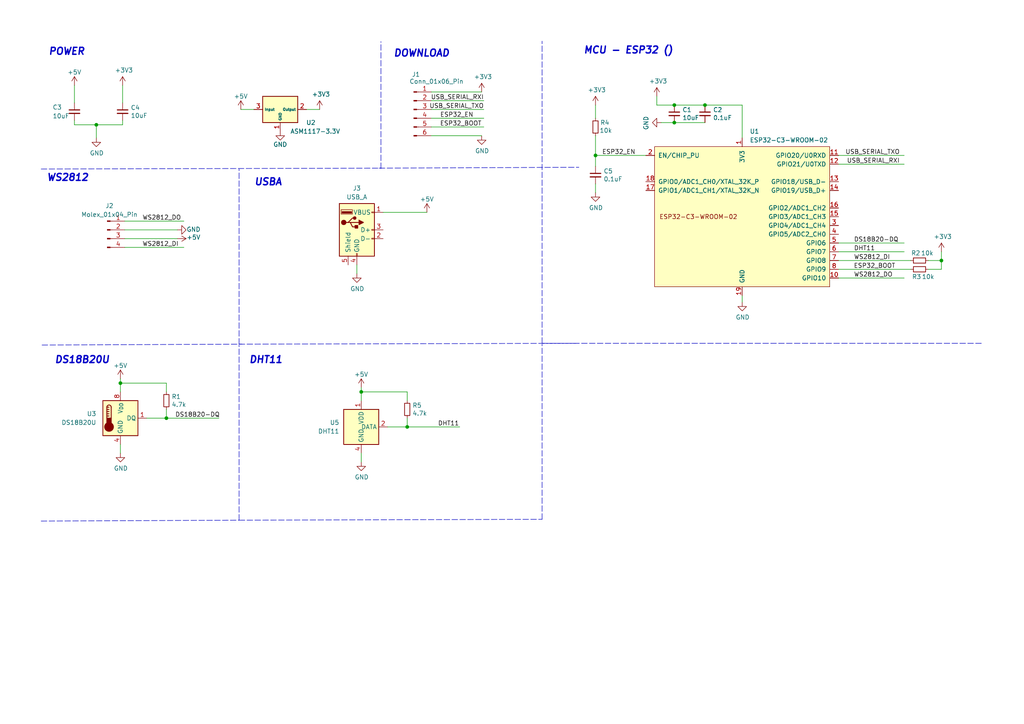
<source format=kicad_sch>
(kicad_sch (version 20231120) (generator "eeschema") (generator_version "8.0")
  (paper "A4")
  (lib_symbols
    (symbol "Connector:Conn_01x04_Pin" (pin_names (offset 1.016) hide)
      (property "Reference" "J" (at 0 5.08 0))
      (property "Value" "Conn_01x04_Pin" (at 0 -7.62 0))
      (symbol "Conn_01x04_Pin_1_1"
        (polyline (pts (xy 1.27 -5.08) (xy 0.8636 -5.08)) (stroke (width 0.1524)))
        (polyline (pts (xy 1.27 -2.54) (xy 0.8636 -2.54)) (stroke (width 0.1524)))
        (polyline (pts (xy 1.27 0) (xy 0.8636 0)) (stroke (width 0.1524)))
        (polyline (pts (xy 1.27 2.54) (xy 0.8636 2.54)) (stroke (width 0.1524)))
        (rectangle (start 0.8636 -4.953) (end 0 -5.207) (stroke (width 0.1524)) (fill (type outline)))
        (rectangle (start 0.8636 -2.413) (end 0 -2.667) (stroke (width 0.1524)) (fill (type outline)))
        (rectangle (start 0.8636 0.127) (end 0 -0.127) (stroke (width 0.1524)) (fill (type outline)))
        (rectangle (start 0.8636 2.667) (end 0 2.413) (stroke (width 0.1524)) (fill (type outline)))
        (pin passive line (at 5.08 2.54 180) (length 3.81) (name "Pin_1") (number "1"))
        (pin passive line (at 5.08 0 180) (length 3.81) (name "Pin_2") (number "2"))
        (pin passive line (at 5.08 -2.54 180) (length 3.81) (name "Pin_3") (number "3"))
        (pin passive line (at 5.08 -5.08 180) (length 3.81) (name "Pin_4") (number "4"))
      )
    )
    (symbol "Connector:Conn_01x06_Pin" (pin_names (offset 1.016) hide)
      (property "Reference" "J" (at 0 7.62 0))
      (property "Value" "Conn_01x06_Pin" (at 0 -10.16 0))
      (symbol "Conn_01x06_Pin_1_1"
        (polyline (pts (xy 1.27 -7.62) (xy 0.8636 -7.62)) (stroke (width 0.1524)))
        (polyline (pts (xy 1.27 -5.08) (xy 0.8636 -5.08)) (stroke (width 0.1524)))
        (polyline (pts (xy 1.27 -2.54) (xy 0.8636 -2.54)) (stroke (width 0.1524)))
        (polyline (pts (xy 1.27 0) (xy 0.8636 0)) (stroke (width 0.1524)))
        (polyline (pts (xy 1.27 2.54) (xy 0.8636 2.54)) (stroke (width 0.1524)))
        (polyline (pts (xy 1.27 5.08) (xy 0.8636 5.08)) (stroke (width 0.1524)))
        (rectangle (start 0.8636 -7.493) (end 0 -7.747) (stroke (width 0.1524)) (fill (type outline)))
        (rectangle (start 0.8636 -4.953) (end 0 -5.207) (stroke (width 0.1524)) (fill (type outline)))
        (rectangle (start 0.8636 -2.413) (end 0 -2.667) (stroke (width 0.1524)) (fill (type outline)))
        (rectangle (start 0.8636 0.127) (end 0 -0.127) (stroke (width 0.1524)) (fill (type outline)))
        (rectangle (start 0.8636 2.667) (end 0 2.413) (stroke (width 0.1524)) (fill (type outline)))
        (rectangle (start 0.8636 5.207) (end 0 4.953) (stroke (width 0.1524)) (fill (type outline)))
        (pin passive line (at 5.08 5.08 180) (length 3.81) (name "Pin_1") (number "1"))
        (pin passive line (at 5.08 2.54 180) (length 3.81) (name "Pin_2") (number "2"))
        (pin passive line (at 5.08 0 180) (length 3.81) (name "Pin_3") (number "3"))
        (pin passive line (at 5.08 -2.54 180) (length 3.81) (name "Pin_4") (number "4"))
        (pin passive line (at 5.08 -5.08 180) (length 3.81) (name "Pin_5") (number "5"))
        (pin passive line (at 5.08 -7.62 180) (length 3.81) (name "Pin_6") (number "6"))
      )
    )
    (symbol "Connector:USB_A" (pin_names (offset 1.016))
      (property "Reference" "J" (at -5.08 11.43 0))
      (property "Value" "USB_A" (at -5.08 8.89 0))
      (symbol "USB_A_0_1"
        (rectangle (start -5.08 -7.62) (end 5.08 7.62) (stroke (width 0.254)) (fill (type background)))
        (circle (center -3.81 2.159) (radius 0.635) (stroke (width 0.254)) (fill (type outline)))
        (rectangle (start -1.524 4.826) (end -4.318 5.334) (fill (type outline)))
        (rectangle (start -1.27 4.572) (end -4.572 5.842))
        (circle (center -0.635 3.429) (radius 0.381) (stroke (width 0.254)) (fill (type outline)))
        (rectangle (start -0.127 -7.62) (end 0.127 -6.858))
        (polyline (pts (xy -3.175 2.159) (xy -2.54 2.159) (xy -1.27 3.429) (xy -0.635 3.429)) (stroke (width 0.254)))
        (polyline (pts (xy -2.54 2.159) (xy -1.905 2.159) (xy -1.27 0.889) (xy 0 0.889)) (stroke (width 0.254)))
        (polyline (pts (xy 0.635 2.794) (xy 0.635 1.524) (xy 1.905 2.159) (xy 0.635 2.794)) (stroke (width 0.254)) (fill (type outline)))
        (rectangle (start 0.254 1.27) (end -0.508 0.508) (stroke (width 0.254)) (fill (type outline)))
        (rectangle (start 5.08 -2.667) (end 4.318 -2.413))
        (rectangle (start 5.08 -0.127) (end 4.318 0.127))
        (rectangle (start 5.08 4.953) (end 4.318 5.207))
      )
      (symbol "USB_A_1_1"
        (polyline (pts (xy -1.905 2.159) (xy 0.635 2.159)) (stroke (width 0.254)))
        (pin power_in line (at 7.62 5.08 180) (length 2.54) (name "VBUS") (number "1"))
        (pin bidirectional line (at 7.62 -2.54 180) (length 2.54) (name "D-") (number "2"))
        (pin bidirectional line (at 7.62 0 180) (length 2.54) (name "D+") (number "3"))
        (pin power_in line (at 0 -10.16 90) (length 2.54) (name "GND") (number "4"))
        (pin passive line (at -2.54 -10.16 90) (length 2.54) (name "Shield") (number "5"))
      )
    )
    (symbol "Device:C_Small" (pin_numbers hide) (pin_names (offset 0.254) hide)
      (property "Reference" "C" (at 0.254 1.778 0))
      (property "Value" "C_Small" (at 0.254 -2.032 0))
      (symbol "C_Small_0_1"
        (polyline (pts (xy -1.524 -0.508) (xy 1.524 -0.508)) (stroke (width 0.3302)))
        (polyline (pts (xy -1.524 0.508) (xy 1.524 0.508)) (stroke (width 0.3048)))
      )
      (symbol "C_Small_1_1"
        (pin passive line (at 0 2.54 270) (length 2.032) (name "~") (number "1"))
        (pin passive line (at 0 -2.54 90) (length 2.032) (name "~") (number "2"))
      )
    )
    (symbol "Device:R_Small" (pin_numbers hide) (pin_names (offset 0.254) hide)
      (property "Reference" "R" (at 0.762 0.508 0))
      (property "Value" "R_Small" (at 0.762 -1.016 0))
      (symbol "R_Small_0_1"
        (rectangle (start -0.762 1.778) (end 0.762 -1.778) (stroke (width 0.2032)))
      )
      (symbol "R_Small_1_1"
        (pin passive line (at 0 2.54 270) (length 0.762) (name "~") (number "1"))
        (pin passive line (at 0 -2.54 90) (length 0.762) (name "~") (number "2"))
      )
    )
    (symbol "PCM_Espressif:ESP32-C3-WROOM-02" (pin_names (offset 1.016))
      (property "Reference" "U" (at -25.4 25.4 0))
      (property "Value" "ESP32-C3-WROOM-02" (at -25.4 22.86 0))
      (symbol "ESP32-C3-WROOM-02_0_0"
        (text "ESP32-C3-WROOM-02" (at -12.7 0 0) (effects (font (size 1.27 1.27))))
      )
      (symbol "ESP32-C3-WROOM-02_0_1"
        (rectangle (start 25.4 20.32) (end -25.4 -20.32) (fill (type background)))
      )
      (symbol "ESP32-C3-WROOM-02_1_1"
        (pin power_in line (at 0 22.86 270) (length 2.54) (name "3V3") (number "1"))
        (pin bidirectional line (at 27.94 -17.78 180) (length 2.54) (name "GPIO10") (number "10"))
        (pin bidirectional line (at 27.94 17.78 180) (length 2.54) (name "GPIO20/U0RXD") (number "11"))
        (pin bidirectional line (at 27.94 15.24 180) (length 2.54) (name "GPIO21/U0TXD") (number "12"))
        (pin bidirectional line (at 27.94 10.16 180) (length 2.54) (name "GPIO18/USB_D-") (number "13"))
        (pin bidirectional line (at 27.94 7.62 180) (length 2.54) (name "GPIO19/USB_D+") (number "14"))
        (pin bidirectional line (at 27.94 0 180) (length 2.54) (name "GPIO3/ADC1_CH3") (number "15"))
        (pin bidirectional line (at 27.94 2.54 180) (length 2.54) (name "GPIO2/ADC1_CH2") (number "16"))
        (pin bidirectional line (at -27.94 7.62 0) (length 2.54) (name "GPIO1/ADC1_CH1/XTAL_32K_N") (number "17"))
        (pin bidirectional line (at -27.94 10.16 0) (length 2.54) (name "GPIO0/ADC1_CH0/XTAL_32K_P") (number "18"))
        (pin power_in line (at 0 -22.86 90) (length 2.54) (name "GND") (number "19"))
        (pin input line (at -27.94 17.78 0) (length 2.54) (name "EN/CHIP_PU") (number "2"))
        (pin bidirectional line (at 27.94 -2.54 180) (length 2.54) (name "GPIO4/ADC1_CH4") (number "3"))
        (pin bidirectional line (at 27.94 -5.08 180) (length 2.54) (name "GPIO5/ADC2_CH0") (number "4"))
        (pin bidirectional line (at 27.94 -7.62 180) (length 2.54) (name "GPIO6") (number "5"))
        (pin bidirectional line (at 27.94 -10.16 180) (length 2.54) (name "GPIO7") (number "6"))
        (pin bidirectional line (at 27.94 -12.7 180) (length 2.54) (name "GPIO8") (number "7"))
        (pin bidirectional line (at 27.94 -15.24 180) (length 2.54) (name "GPIO9") (number "8"))
        (pin passive line (at 0 -22.86 90) (length 2.54) hide (name "GND") (number "9"))
      )
    )
    (symbol "Regulator_Linear:TS1117BCW33_RPG"
      (property "Reference" "U" (at 0 8.89 0))
      (property "Value" "TS1117BCW33_RPG" (at 0 6.35 0))
      (symbol "TS1117BCW33_RPG_0_1"
        (rectangle (start -5.08 3.81) (end 5.08 -3.81) (stroke (width 0.25)) (fill (type background)))
      )
      (symbol "TS1117BCW33_RPG_1_1"
        (pin power_in line (at 0 -6.35 90) (length 2.54) (name "GND") (number "1"))
        (pin passive line (at 7.62 0 180) (length 2.54) (name "Output") (number "2"))
        (pin power_in line (at -7.62 0 0) (length 2.54) (name "Input") (number "3"))
      )
    )
    (symbol "Sensor:DHT11"
      (property "Reference" "U" (at -3.81 6.35 0))
      (property "Value" "DHT11" (at 3.81 6.35 0))
      (symbol "DHT11_0_1"
        (rectangle (start -5.08 5.08) (end 5.08 -5.08) (stroke (width 0.254)) (fill (type background)))
      )
      (symbol "DHT11_1_1"
        (pin power_in line (at 0 7.62 270) (length 2.54) (name "VDD") (number "1"))
        (pin bidirectional line (at 7.62 0 180) (length 2.54) (name "DATA") (number "2"))
        (pin no_connect line (at -5.08 0 0) (length 2.54) hide (name "NC") (number "3"))
        (pin power_in line (at 0 -7.62 90) (length 2.54) (name "GND") (number "4"))
      )
    )
    (symbol "Sensor_Temperature:DS18B20U"
      (property "Reference" "U" (at -3.81 6.35 0))
      (property "Value" "DS18B20U" (at 6.35 6.35 0))
      (symbol "DS18B20U_0_1"
        (rectangle (start -5.08 5.08) (end 5.08 -5.08) (stroke (width 0.254)) (fill (type background)))
        (circle (center -3.302 -2.54) (radius 1.27) (stroke (width 0.254)) (fill (type outline)))
        (rectangle (start -2.667 -1.905) (end -3.937 0) (stroke (width 0.254)) (fill (type outline)))
        (arc (start -2.667 3.175) (mid -3.302 3.8073) (end -3.937 3.175) (stroke (width 0.254)))
        (polyline (pts (xy -3.937 0.635) (xy -3.302 0.635)) (stroke (width 0.254)))
        (polyline (pts (xy -3.937 1.27) (xy -3.302 1.27)) (stroke (width 0.254)))
        (polyline (pts (xy -3.937 1.905) (xy -3.302 1.905)) (stroke (width 0.254)))
        (polyline (pts (xy -3.937 2.54) (xy -3.302 2.54)) (stroke (width 0.254)))
        (polyline (pts (xy -3.937 3.175) (xy -3.937 0)) (stroke (width 0.254)))
        (polyline (pts (xy -3.937 3.175) (xy -3.302 3.175)) (stroke (width 0.254)))
        (polyline (pts (xy -2.667 3.175) (xy -2.667 0)) (stroke (width 0.254)))
      )
      (symbol "DS18B20U_1_1"
        (pin bidirectional line (at 7.62 0 180) (length 2.54) (name "DQ") (number "1"))
        (pin no_connect line (at -5.08 2.54 0) (length 2.54) hide (name "NC") (number "2"))
        (pin no_connect line (at -5.08 0 0) (length 2.54) hide (name "NC") (number "3"))
        (pin power_in line (at 0 -7.62 90) (length 2.54) (name "GND") (number "4"))
        (pin no_connect line (at -5.08 -2.54 0) (length 2.54) hide (name "NC") (number "5"))
        (pin no_connect line (at 5.08 2.54 180) (length 2.54) hide (name "NC") (number "6"))
        (pin no_connect line (at 5.08 -2.54 180) (length 2.54) hide (name "NC") (number "7"))
        (pin power_in line (at 0 7.62 270) (length 2.54) (name "V_{DD}") (number "8"))
      )
    )
    (symbol "power:+3.3V" (power) (pin_names (offset 0))
      (property "Value" "+3.3V" (at 0 3.556 0))
      (symbol "+3.3V_0_1"
        (polyline (pts (xy -0.762 1.27) (xy 0 2.54)))
        (polyline (pts (xy 0 0) (xy 0 2.54)))
        (polyline (pts (xy 0 2.54) (xy 0.762 1.27)))
      )
      (symbol "+3.3V_1_1"
        (pin power_in line (at 0 0 90) (length 0) hide (name "+3V3") (number "1"))
      )
    )
    (symbol "power:+5V" (power) (pin_names (offset 0))
      (property "Value" "+5V" (at 0 3.556 0))
      (symbol "+5V_0_1"
        (polyline (pts (xy -0.762 1.27) (xy 0 2.54)))
        (polyline (pts (xy 0 0) (xy 0 2.54)))
        (polyline (pts (xy 0 2.54) (xy 0.762 1.27)))
      )
      (symbol "+5V_1_1"
        (pin power_in line (at 0 0 90) (length 0) hide (name "+5V") (number "1"))
      )
    )
    (symbol "power:GND" (power) (pin_names (offset 0))
      (property "Value" "GND" (at 0 -3.81 0))
      (symbol "GND_0_1"
        (polyline (pts (xy 0 0) (xy 0 -1.27) (xy 1.27 -1.27) (xy 0 -2.54) (xy -1.27 -1.27) (xy 0 -1.27)))
      )
      (symbol "GND_1_1"
        (pin power_in line (at 0 0 270) (length 0) hide (name "GND") (number "1"))
      )
    )
  )
  (junction (at 195.58 30.48))
  (junction (at 195.58 35.56))
  (junction (at 172.72 45.085))
  (junction (at 48.26 121.285))
  (junction (at 27.94 36.195))
  (junction (at 34.925 111.125))
  (junction (at 118.11 123.825))
  (junction (at 204.47 30.48))
  (junction (at 273.05 75.565))
  (junction (at 104.775 113.665))
  (polyline (pts (xy 157.226 99.568) (xy 284.734 99.568)) (stroke (width 0) (type dash)))
  (wire (pts (xy 125.095 36.83) (xy 140.335 36.83)))
  (wire (pts (xy 243.205 70.485) (xy 262.255 70.485)))
  (wire (pts (xy 42.545 121.285) (xy 48.26 121.285)))
  (wire (pts (xy 104.775 112.395) (xy 104.775 113.665)))
  (wire (pts (xy 204.47 35.56) (xy 195.58 35.56)))
  (wire (pts (xy 35.56 36.195) (xy 35.56 34.925)))
  (wire (pts (xy 172.72 45.085) (xy 187.325 45.085)))
  (polyline (pts (xy 110.49 48.895) (xy 110.49 12.065)) (stroke (width 0) (type dash)))
  (wire (pts (xy 118.11 123.825) (xy 133.35 123.825)))
  (wire (pts (xy 273.05 75.565) (xy 273.05 73.025)))
  (wire (pts (xy 36.195 71.755) (xy 53.34 71.755)))
  (wire (pts (xy 69.85 31.75) (xy 73.66 31.75)))
  (polyline (pts (xy 12.192 100.076) (xy 70.104 99.822)) (stroke (width 0) (type dash)))
  (wire (pts (xy 35.56 24.765) (xy 35.56 29.845)))
  (wire (pts (xy 118.11 121.285) (xy 118.11 123.825)))
  (wire (pts (xy 204.47 30.48) (xy 195.58 30.48)))
  (wire (pts (xy 118.11 113.665) (xy 118.11 116.205)))
  (wire (pts (xy 48.26 118.745) (xy 48.26 121.285)))
  (wire (pts (xy 111.125 61.595) (xy 123.825 61.595)))
  (wire (pts (xy 104.775 113.665) (xy 104.775 116.205)))
  (wire (pts (xy 269.24 78.105) (xy 273.05 78.105)))
  (wire (pts (xy 243.205 75.565) (xy 264.16 75.565)))
  (wire (pts (xy 243.205 80.645) (xy 262.255 80.645)))
  (wire (pts (xy 243.205 78.105) (xy 264.16 78.105)))
  (polyline (pts (xy 69.342 99.822) (xy 167.64 99.568)) (stroke (width 0) (type dash)))
  (wire (pts (xy 204.47 30.48) (xy 215.265 30.48)))
  (polyline (pts (xy 69.342 150.876) (xy 157.226 150.622)) (stroke (width 0) (type dash)))
  (polyline (pts (xy 157.226 150.622) (xy 157.226 99.822)) (stroke (width 0) (type dash)))
  (wire (pts (xy 27.94 36.195) (xy 35.56 36.195)))
  (wire (pts (xy 125.095 39.37) (xy 139.7 39.37)))
  (wire (pts (xy 36.195 69.215) (xy 51.435 69.215)))
  (wire (pts (xy 21.59 36.195) (xy 21.59 34.925)))
  (wire (pts (xy 104.775 113.665) (xy 118.11 113.665)))
  (wire (pts (xy 215.265 85.725) (xy 215.265 87.63)))
  (wire (pts (xy 48.26 111.125) (xy 48.26 113.665)))
  (polyline (pts (xy 11.938 49.022) (xy 110.49 48.768)) (stroke (width 0) (type dash)))
  (wire (pts (xy 21.59 24.765) (xy 21.59 29.845)))
  (wire (pts (xy 269.24 75.565) (xy 273.05 75.565)))
  (wire (pts (xy 195.58 30.48) (xy 190.5 30.48)))
  (wire (pts (xy 36.195 64.135) (xy 53.34 64.135)))
  (wire (pts (xy 88.9 31.75) (xy 92.71 31.75)))
  (wire (pts (xy 190.5 30.48) (xy 190.5 27.94)))
  (polyline (pts (xy 157.226 99.568) (xy 157.226 11.938)) (stroke (width 0) (type dash)))
  (wire (pts (xy 34.925 111.125) (xy 48.26 111.125)))
  (wire (pts (xy 172.72 34.29) (xy 172.72 30.48)))
  (wire (pts (xy 273.05 78.105) (xy 273.05 75.565)))
  (wire (pts (xy 104.775 131.445) (xy 104.775 133.985)))
  (wire (pts (xy 48.26 121.285) (xy 63.5 121.285)))
  (wire (pts (xy 125.095 31.75) (xy 140.335 31.75)))
  (polyline (pts (xy 69.342 99.822) (xy 69.342 49.022)) (stroke (width 0) (type dash)))
  (polyline (pts (xy 69.342 150.876) (xy 69.342 100.076)) (stroke (width 0) (type dash)))
  (wire (pts (xy 125.095 34.29) (xy 140.335 34.29)))
  (wire (pts (xy 36.195 66.675) (xy 51.435 66.675)))
  (wire (pts (xy 243.205 47.625) (xy 262.255 47.625)))
  (wire (pts (xy 27.94 36.195) (xy 21.59 36.195)))
  (wire (pts (xy 125.095 29.21) (xy 140.335 29.21)))
  (wire (pts (xy 34.925 109.855) (xy 34.925 111.125)))
  (wire (pts (xy 112.395 123.825) (xy 118.11 123.825)))
  (wire (pts (xy 27.94 36.195) (xy 27.94 40.005)))
  (polyline (pts (xy 109.982 48.768) (xy 167.894 48.514)) (stroke (width 0) (type dash)))
  (wire (pts (xy 172.72 39.37) (xy 172.72 45.085)))
  (polyline (pts (xy 11.938 151.13) (xy 69.342 150.876)) (stroke (width 0) (type dash)))
  (wire (pts (xy 34.925 111.125) (xy 34.925 113.665)))
  (wire (pts (xy 243.205 45.085) (xy 262.255 45.085)))
  (wire (pts (xy 125.095 26.67) (xy 139.7 26.67)))
  (wire (pts (xy 191.77 35.56) (xy 195.58 35.56)))
  (wire (pts (xy 103.505 76.835) (xy 103.505 79.375)))
  (wire (pts (xy 34.925 128.905) (xy 34.925 131.445)))
  (wire (pts (xy 172.72 53.34) (xy 172.72 55.88)))
  (wire (pts (xy 215.265 40.005) (xy 215.265 30.48)))
  (wire (pts (xy 243.205 73.025) (xy 262.255 73.025)))
  (wire (pts (xy 172.72 45.085) (xy 172.72 48.26)))
  (text "POWER" (at 13.97 16.256 0) (effects (font (size 2.0066 2.0066) (thickness 0.4013) (bold yes) (italic yes)) (justify left bottom)))
  (text "DOWNLOAD\n" (at 114.046 16.764 0) (effects (font (size 2.0066 2.0066) (thickness 0.4013) (bold yes) (italic yes)) (justify left bottom)))
  (text "USBA" (at 73.66 54.102 0) (effects (font (size 2.0066 2.0066) (thickness 0.4013) (bold yes) (italic yes)) (justify left bottom)))
  (text "WS2812\n" (at 13.462 52.832 0) (effects (font (size 2.0066 2.0066) (thickness 0.4013) (bold yes) (italic yes)) (justify left bottom)))
  (text "MCU - ESP32 ()" (at 169.164 15.875 0) (effects (font (size 2.0066 2.0066) (thickness 0.4013) (bold yes) (italic yes)) (justify left bottom)))
  (text "DHT11" (at 72.136 105.664 0) (effects (font (size 2.0066 2.0066) (thickness 0.4013) (bold yes) (italic yes)) (justify left bottom)))
  (text "DS18B20U" (at 15.748 105.664 0) (effects (font (size 2.0066 2.0066) (thickness 0.4013) (bold yes) (italic yes)) (justify left bottom)))
  (label "WS2812_DI" (at 41.275 71.755 0))
  (label "USB_SERIAL_TXO" (at 140.335 31.75 180))
  (label "DS18B20-DQ" (at 50.8 121.285 0))
  (label "USB_SERIAL_RXI" (at 260.985 47.625 180))
  (label "DS18B20-DQ" (at 247.65 70.485 0))
  (label "DHT11" (at 247.65 73.025 0))
  (label "USB_SERIAL_RXI" (at 140.335 29.21 180))
  (label "ESP32_BOOT" (at 259.715 78.105 180))
  (label "USB_SERIAL_TXO" (at 260.985 45.085 180))
  (label "WS2812_DO" (at 247.65 80.645 0))
  (label "WS2812_DO" (at 41.275 64.135 0))
  (label "ESP32_BOOT" (at 139.7 36.83 180))
  (label "ESP32_EN" (at 127.635 34.29 0))
  (label "DHT11" (at 127 123.825 0))
  (label "WS2812_DI" (at 247.65 75.565 0))
  (label "ESP32_EN" (at 174.625 45.085 0))
  (symbol (lib_id "Device:R_Small") (at 266.7 78.105 90) (unit 1)
    (property "Reference" "R3" (at 267.208 80.264 90) (effects (justify left)))
    (property "Value" "10k" (at 271.018 80.264 90) (effects (justify left)))
    (property "Footprint" "Resistor_SMD:R_0603_1608Metric" (effects (hide yes)))
    (property "LCSC" "C105580" (effects (hide yes)))
    (property "Digikey" "RMCF0603JT5K10CT-ND" (effects (hide yes)))
    (property "Mouser" "652-CR0603FX-5101ELF" (effects (hide yes)))
  )
  (symbol (lib_id "power:GND") (at 104.775 133.985 0) (unit 1)
    (property "Reference" "#PWR022" (effects (hide yes)))
    (property "Value" "GND" (at 104.902 138.3792 0))
  )
  (symbol (lib_id "power:GND") (at 51.435 66.675 90) (unit 1)
    (property "Reference" "#PWR013" (effects (hide yes)))
    (property "Value" "GND" (at 56.134 66.548 90))
  )
  (symbol (lib_id "power:GND") (at 215.265 87.63 0) (unit 1)
    (property "Reference" "#PWR07" (effects (hide yes)))
    (property "Value" "GND" (at 215.392 92.0242 0))
  )
  (symbol (lib_id "power:GND") (at 27.94 40.005 0) (unit 1)
    (property "Reference" "#PWR05" (effects (hide yes)))
    (property "Value" "GND" (at 28.067 44.3992 0))
  )
  (symbol (lib_id "power:+5V") (at 34.925 109.855 0) (unit 1)
    (property "Reference" "#PWR017" (effects (hide yes)))
    (property "Value" "+5V" (at 34.925 106.045 0))
  )
  (symbol (lib_id "Device:C_Small") (at 172.72 50.8 0) (unit 1)
    (property "Reference" "C5" (at 175.0568 49.6316 0) (effects (justify left)))
    (property "Value" "0.1uF" (at 175.0568 51.943 0) (effects (justify left)))
    (property "Footprint" "Capacitor_SMD:C_0805_2012Metric" (effects (hide yes)))
    (property "LCSC" "C1591" (effects (hide yes)))
    (property "Digikey" "1276-1935-1-ND" (effects (hide yes)))
    (property "Mouser" "187-CL10B104KB8NNWC" (effects (hide yes)))
  )
  (symbol (lib_id "power:GND") (at 172.72 55.88 0) (unit 1)
    (property "Reference" "#PWR019" (effects (hide yes)))
    (property "Value" "GND" (at 172.847 60.2742 0))
  )
  (symbol (lib_id "power:+3.3V") (at 92.71 31.75 0) (unit 1)
    (property "Reference" "#PWR012" (effects (hide yes)))
    (property "Value" "+3V3" (at 93.091 27.3558 0))
  )
  (symbol (lib_id "Connector:Conn_01x06_Pin") (at 120.015 31.75 0) (unit 1)
    (property "Reference" "J1" (at 120.65 21.59 0))
    (property "Value" "Conn_01x06_Pin" (at 126.619 23.622 0))
    (property "Footprint" "Connector_JST:JST_XH_B6B-XH-A_1x06_P2.50mm_Vertical" (effects (hide yes)))
    (property "Description" "Generic connector, single row, 01x06, script generated" (effects (hide yes)))
  )
  (symbol (lib_id "Connector:USB_A") (at 103.505 66.675 0) (unit 1)
    (property "Reference" "J3" (at 103.505 54.61 0))
    (property "Value" "USB_A" (at 103.505 57.15 0))
    (property "Footprint" "Connector_USB:USB_A_Molex_105057_Vertical" (effects (hide yes)))
    (property "Description" "USB Type A connector" (effects (hide yes)))
  )
  (symbol (lib_id "Device:R_Small") (at 172.72 36.83 180) (unit 1)
    (property "Reference" "R4" (at 176.784 35.56 0) (effects (justify left)))
    (property "Value" "10k" (at 177.546 37.846 0) (effects (justify left)))
    (property "Footprint" "Resistor_SMD:R_0603_1608Metric" (effects (hide yes)))
    (property "LCSC" "C105580" (effects (hide yes)))
    (property "Digikey" "RMCF0603JT5K10CT-ND" (effects (hide yes)))
    (property "Mouser" "652-CR0603FX-5101ELF" (effects (hide yes)))
  )
  (symbol (lib_id "Device:C_Small") (at 195.58 33.02 0) (unit 1)
    (property "Reference" "C1" (at 197.9168 31.8516 0) (effects (justify left)))
    (property "Value" "10uF" (at 197.9168 34.163 0) (effects (justify left)))
    (property "Footprint" "Capacitor_SMD:C_0805_2012Metric" (effects (hide yes)))
    (property "LCSC" "C15850" (effects (hide yes)))
    (property "Digikey" "1276-2891-1-ND" (effects (hide yes)))
    (property "Mouser" "187-CL21A106KAYNNNE" (effects (hide yes)))
  )
  (symbol (lib_id "power:+5V") (at 69.85 31.75 0) (unit 1)
    (property "Reference" "#PWR08" (effects (hide yes)))
    (property "Value" "+5V" (at 69.85 27.94 0))
  )
  (symbol (lib_id "Device:C_Small") (at 21.59 32.385 0) (unit 1)
    (property "Reference" "C3" (at 15.24 31.115 0) (effects (justify left)))
    (property "Value" "10uF" (at 15.24 33.655 0) (effects (justify left)))
    (property "Footprint" "Capacitor_SMD:C_0805_2012Metric" (effects (hide yes)))
    (property "LCSC" "C15850" (effects (hide yes)))
    (property "Digikey" "1276-2891-1-ND" (effects (hide yes)))
    (property "Mouser" "187-CL21A106KAYNNNE" (effects (hide yes)))
  )
  (symbol (lib_id "power:+3.3V") (at 35.56 24.765 0) (unit 1)
    (property "Reference" "#PWR06" (effects (hide yes)))
    (property "Value" "+3V3" (at 35.941 20.3708 0))
  )
  (symbol (lib_id "Regulator_Linear:TS1117BCW33_RPG") (at 81.28 31.75 0) (unit 1)
    (property "Reference" "U2" (at 90.17 35.56 0))
    (property "Value" "ASM1117-3.3V" (at 91.44 38.1 0))
    (property "Footprint" "Package_TO_SOT_SMD:SOT-223-3_TabPin2" (effects (hide yes)))
    (property "Datasheet" "https://www.mouser.com/datasheet/2/395/TS1117B_H1607-1918589.pdf" (effects (hide yes)))
    (property "Note" "Populate either U6 or U9 - depending on pinout - but not both!" (effects (hide yes)))
    (property "LCSC" "C6186, C35879, or others" (effects (hide yes)))
    (property "Digikey" "296-35976-1-ND" (effects (hide yes)))
    (property "Mouser" "821-TS1117BCW33RPG" (effects (hide yes)))
  )
  (symbol (lib_id "power:+3.3V") (at 190.5 27.94 0) (unit 1)
    (property "Reference" "#PWR01" (effects (hide yes)))
    (property "Value" "+3V3" (at 190.881 23.5458 0))
  )
  (symbol (lib_id "Sensor:DHT11") (at 104.775 123.825 0) (unit 1)
    (property "Reference" "U5" (at 98.425 122.5549 0) (effects (justify right)))
    (property "Value" "DHT11" (at 98.425 125.0949 0) (effects (justify right)))
    (property "Footprint" "Sensor:Aosong_DHT11_5.5x12.0_P2.54mm" (effects (hide yes)))
    (property "Datasheet" "http://akizukidenshi.com/download/ds/aosong/DHT11.pdf" (effects (hide yes)))
    (property "Description" "3.3V to 5.5V, temperature and humidity module, DHT11" (effects (hide yes)))
  )
  (symbol (lib_id "power:GND") (at 34.925 131.445 0) (unit 1)
    (property "Reference" "#PWR09" (effects (hide yes)))
    (property "Value" "GND" (at 35.052 135.8392 0))
  )
  (symbol (lib_id "power:+3.3V") (at 172.72 30.48 0) (unit 1)
    (property "Reference" "#PWR020" (effects (hide yes)))
    (property "Value" "+3V3" (at 173.101 26.0858 0))
  )
  (symbol (lib_id "power:GND") (at 139.7 39.37 0) (unit 1)
    (property "Reference" "#PWR03" (effects (hide yes)))
    (property "Value" "GND" (at 139.827 43.7642 0))
  )
  (symbol (lib_id "PCM_Espressif:ESP32-C3-WROOM-02") (at 215.265 62.865 0) (unit 1)
    (property "Reference" "U1" (at 217.4591 38.1 0) (effects (justify left)))
    (property "Value" "ESP32-C3-WROOM-02" (at 217.4591 40.64 0) (effects (justify left)))
    (property "Footprint" "PCM_Espressif:ESP32-C3-WROOM-02" (effects (hide yes)))
    (property "Datasheet" "https://www.espressif.com/sites/default/files/documentation/esp32-c3-wroom-02_datasheet_en.pdf" (effects (hide yes)))
    (property "Description" "ESP32-C3-WROOM-02 is a general-purpose Wi-Fi and Bluetooth LE module. This module features a rich set of peripherals and high performance, which makes it an ideal choice for smart home, industrial automation, health care, consumer electronics, etc." (effects (hide yes)))
  )
  (symbol (lib_id "power:+3.3V") (at 273.05 73.025 0) (unit 1)
    (property "Reference" "#PWR018" (effects (hide yes)))
    (property "Value" "+3V3" (at 273.431 68.6308 0))
  )
  (symbol (lib_id "power:GND") (at 191.77 35.56 270) (unit 1)
    (property "Reference" "#PWR02" (effects (hide yes)))
    (property "Value" "GND" (at 187.3758 35.687 0))
  )
  (symbol (lib_id "power:GND") (at 81.28 38.1 0) (unit 1)
    (property "Reference" "#PWR010" (effects (hide yes)))
    (property "Value" "GND" (at 81.28 41.91 0))
  )
  (symbol (lib_id "power:+5V") (at 104.775 112.395 0) (unit 1)
    (property "Reference" "#PWR021" (effects (hide yes)))
    (property "Value" "+5V" (at 104.775 108.585 0))
  )
  (symbol (lib_id "Device:R_Small") (at 266.7 75.565 90) (unit 1)
    (property "Reference" "R2" (at 266.954 73.406 90) (effects (justify left)))
    (property "Value" "10k" (at 270.764 73.406 90) (effects (justify left)))
    (property "Footprint" "Resistor_SMD:R_0603_1608Metric" (effects (hide yes)))
    (property "LCSC" "C105580" (effects (hide yes)))
    (property "Digikey" "RMCF0603JT5K10CT-ND" (effects (hide yes)))
    (property "Mouser" "652-CR0603FX-5101ELF" (effects (hide yes)))
  )
  (symbol (lib_id "Sensor_Temperature:DS18B20U") (at 34.925 121.285 0) (unit 1)
    (property "Reference" "U3" (at 27.94 120.0149 0) (effects (justify right)))
    (property "Value" "DS18B20U" (at 27.94 122.5549 0) (effects (justify right)))
    (property "Footprint" "Package_SO:MSOP-8_3x3mm_P0.65mm" (effects (hide yes)))
    (property "Datasheet" "http://datasheets.maximintegrated.com/en/ds/DS18B20.pdf" (effects (hide yes)))
    (property "Description" "Programmable Resolution 1-Wire Digital Thermometer MSOP-8" (effects (hide yes)))
  )
  (symbol (lib_id "power:+3.3V") (at 139.7 26.67 0) (unit 1)
    (property "Reference" "#PWR016" (effects (hide yes)))
    (property "Value" "+3V3" (at 140.081 22.2758 0))
  )
  (symbol (lib_id "Device:C_Small") (at 204.47 33.02 0) (unit 1)
    (property "Reference" "C2" (at 206.8068 31.8516 0) (effects (justify left)))
    (property "Value" "0.1uF" (at 206.8068 34.163 0) (effects (justify left)))
    (property "Footprint" "Capacitor_SMD:C_0805_2012Metric" (effects (hide yes)))
    (property "LCSC" "C1591" (effects (hide yes)))
    (property "Digikey" "1276-1935-1-ND" (effects (hide yes)))
    (property "Mouser" "187-CL10B104KB8NNWC" (effects (hide yes)))
  )
  (symbol (lib_id "Device:R_Small") (at 118.11 118.745 0) (unit 1)
    (property "Reference" "R5" (at 119.6086 117.5766 0) (effects (justify left)))
    (property "Value" "4.7k" (at 119.6086 119.888 0) (effects (justify left)))
    (property "Footprint" "Resistor_SMD:R_0603_1608Metric" (effects (hide yes)))
    (property "LCSC" "C105580" (effects (hide yes)))
    (property "Digikey" "RMCF0603JT5K10CT-ND" (effects (hide yes)))
    (property "Mouser" "652-CR0603FX-5101ELF" (effects (hide yes)))
  )
  (symbol (lib_id "Device:R_Small") (at 48.26 116.205 0) (unit 1)
    (property "Reference" "R1" (at 49.7586 115.0366 0) (effects (justify left)))
    (property "Value" "4.7k" (at 49.7586 117.348 0) (effects (justify left)))
    (property "Footprint" "Resistor_SMD:R_0603_1608Metric" (effects (hide yes)))
    (property "LCSC" "C105580" (effects (hide yes)))
    (property "Digikey" "RMCF0603JT5K10CT-ND" (effects (hide yes)))
    (property "Mouser" "652-CR0603FX-5101ELF" (effects (hide yes)))
  )
  (symbol (lib_id "power:+5V") (at 123.825 61.595 0) (unit 1)
    (property "Reference" "#PWR014" (effects (hide yes)))
    (property "Value" "+5V" (at 123.825 57.785 0))
  )
  (symbol (lib_id "power:GND") (at 103.505 79.375 0) (unit 1)
    (property "Reference" "#PWR015" (effects (hide yes)))
    (property "Value" "GND" (at 103.632 83.7692 0))
  )
  (symbol (lib_id "power:+5V") (at 51.435 69.215 270) (unit 1)
    (property "Reference" "#PWR011" (effects (hide yes)))
    (property "Value" "+5V" (at 56.134 68.834 90))
  )
  (symbol (lib_id "Device:C_Small") (at 35.56 32.385 0) (unit 1)
    (property "Reference" "C4" (at 37.8968 31.2166 0) (effects (justify left)))
    (property "Value" "10uF" (at 37.8968 33.528 0) (effects (justify left)))
    (property "Footprint" "Capacitor_SMD:C_0805_2012Metric" (effects (hide yes)))
    (property "LCSC" "C15850" (effects (hide yes)))
    (property "Digikey" "1276-2891-1-ND" (effects (hide yes)))
    (property "Mouser" "187-CL21A106KAYNNNE" (effects (hide yes)))
  )
  (symbol (lib_id "power:+5V") (at 21.59 24.765 0) (unit 1)
    (property "Reference" "#PWR04" (effects (hide yes)))
    (property "Value" "+5V" (at 21.59 20.955 0))
  )
  (symbol (lib_id "Connector:Conn_01x04_Pin") (at 31.115 66.675 0) (unit 1)
    (property "Reference" "J2" (at 31.75 59.69 0))
    (property "Value" "Molex_01x04_Pin" (at 31.75 62.23 0))
    (property "Footprint" "Connector_Molex:Molex_CLIK-Mate_502382-0470_1x04-1MP_P1.25mm_Vertical" (effects (hide yes)))
    (property "Description" "Generic connector, single row, 01x04, script generated" (effects (hide yes)))
  )
)
</source>
